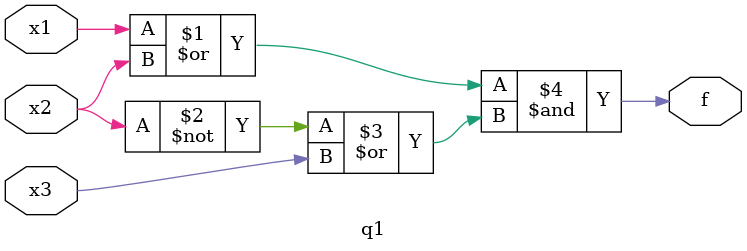
<source format=v>
module q1(x1,x2,x3,f);

input x1,x2,x3;
output f;

assign f = (x1 | x2) & (~(x2) | x3);

endmodule
</source>
